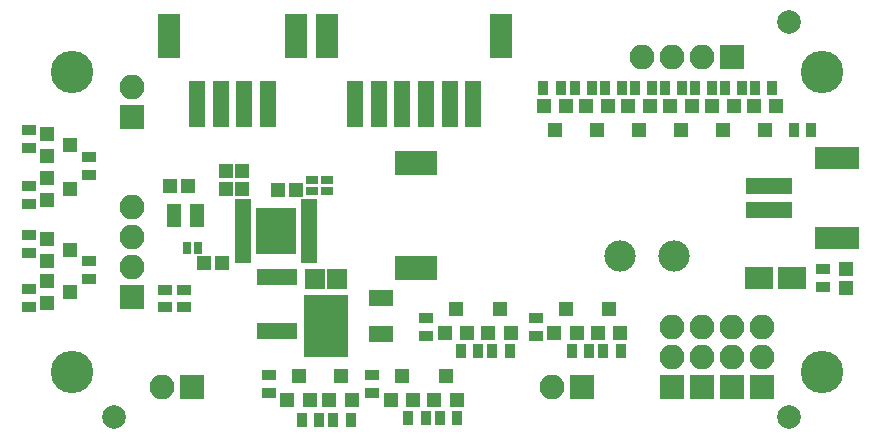
<source format=gbr>
G04 #@! TF.FileFunction,Soldermask,Top*
%FSLAX46Y46*%
G04 Gerber Fmt 4.6, Leading zero omitted, Abs format (unit mm)*
G04 Created by KiCad (PCBNEW 4.0.7) date 05/02/18 00:14:41*
%MOMM*%
%LPD*%
G01*
G04 APERTURE LIST*
%ADD10C,0.100000*%
%ADD11R,1.300000X0.900000*%
%ADD12R,1.400000X3.900000*%
%ADD13R,1.900000X3.800000*%
%ADD14R,3.600000X2.000000*%
%ADD15R,1.200000X1.300000*%
%ADD16R,1.150000X0.800000*%
%ADD17R,2.350000X1.900000*%
%ADD18R,1.200000X1.150000*%
%ADD19R,2.000000X1.400000*%
%ADD20R,3.400000X1.400000*%
%ADD21R,1.150000X1.200000*%
%ADD22R,1.000000X0.800000*%
%ADD23R,0.800000X1.000000*%
%ADD24C,2.650000*%
%ADD25R,1.450000X0.850000*%
%ADD26R,1.870000X1.295000*%
%ADD27R,1.790000X1.800000*%
%ADD28R,3.760000X5.260000*%
%ADD29R,1.200000X1.200000*%
%ADD30R,3.900000X1.400000*%
%ADD31R,3.800000X1.900000*%
%ADD32R,0.900000X1.300000*%
%ADD33R,1.300000X1.200000*%
%ADD34C,2.000000*%
%ADD35C,3.600000*%
%ADD36R,2.100000X2.100000*%
%ADD37O,2.100000X2.100000*%
G04 APERTURE END LIST*
D10*
D11*
X1070800Y16641000D03*
X1070800Y15141000D03*
D12*
X38709800Y27748000D03*
X36709800Y27748000D03*
X34709800Y27748000D03*
X32709800Y27748000D03*
X30709800Y27748000D03*
X28709800Y27748000D03*
D13*
X41059800Y33498000D03*
X26359800Y33498000D03*
D14*
X33870300Y22774500D03*
X33870300Y13874500D03*
D15*
X50153800Y27559000D03*
X48253800Y27559000D03*
X49203800Y25559000D03*
X64377800Y27559000D03*
X62477800Y27559000D03*
X63427800Y25559000D03*
D16*
X15320300Y18324500D03*
X13420300Y18974500D03*
X13420300Y17674500D03*
X13420300Y18324500D03*
X15320300Y17674500D03*
X15320300Y18974500D03*
D17*
X62922800Y13008000D03*
X65672800Y13008000D03*
D18*
X17420300Y14324500D03*
X15920300Y14324500D03*
D19*
X30897800Y11308000D03*
X30897800Y8308000D03*
D20*
X22120300Y8524500D03*
X22120300Y13124500D03*
D21*
X19120300Y20574500D03*
X19120300Y22074500D03*
D18*
X23670300Y20524500D03*
X22170300Y20524500D03*
D22*
X26320300Y20424500D03*
X26320300Y21324500D03*
X25070300Y21324500D03*
X25070300Y20424500D03*
D23*
X14520300Y15574500D03*
X15420300Y15574500D03*
D24*
X51097800Y14908000D03*
X55697800Y14908000D03*
D25*
X24795300Y14749500D03*
X24795300Y15399500D03*
X24795300Y16049500D03*
X24795300Y16699500D03*
X24795300Y17349500D03*
X24795300Y17999500D03*
X24795300Y18649500D03*
X24795300Y19299500D03*
X19245300Y19299500D03*
X19245300Y18649500D03*
X19245300Y17999500D03*
X19245300Y17349500D03*
X19245300Y16699500D03*
X19245300Y16049500D03*
X19245300Y15399500D03*
X19245300Y14749500D03*
D26*
X21285300Y18367000D03*
X21285300Y17472000D03*
X21285300Y16577000D03*
X21285300Y15682000D03*
X22755300Y18367000D03*
X22755300Y17472000D03*
X22755300Y16577000D03*
X22755300Y15682000D03*
D27*
X27190300Y12930500D03*
D28*
X26270300Y8948500D03*
D27*
X25350300Y12930500D03*
D29*
X70297800Y13808000D03*
X70297800Y12208000D03*
D21*
X17770300Y20574500D03*
X17770300Y22074500D03*
D30*
X63722800Y18808000D03*
X63722800Y20808000D03*
D31*
X69472800Y16458000D03*
X69472800Y23158000D03*
D18*
X13024800Y20836000D03*
X14524800Y20836000D03*
D32*
X65852800Y25543000D03*
X67352800Y25543000D03*
X57470800Y29099000D03*
X58970800Y29099000D03*
D11*
X68297800Y13758000D03*
X68297800Y12258000D03*
X14197800Y12058000D03*
X14197800Y10558000D03*
X12597800Y12058000D03*
X12597800Y10558000D03*
D15*
X57265800Y27559000D03*
X55365800Y27559000D03*
X56315800Y25559000D03*
D33*
X2610800Y25223000D03*
X2610800Y23323000D03*
X4610800Y24273000D03*
D15*
X46597800Y27559000D03*
X44697800Y27559000D03*
X45647800Y25559000D03*
X53709800Y27559000D03*
X51809800Y27559000D03*
X52759800Y25559000D03*
D33*
X2610800Y21540000D03*
X2610800Y19640000D03*
X4610800Y20590000D03*
D15*
X60821800Y27559000D03*
X58921800Y27559000D03*
X59871800Y25559000D03*
X36315800Y8414000D03*
X38215800Y8414000D03*
X37265800Y10414000D03*
X31743800Y2699000D03*
X33643800Y2699000D03*
X32693800Y4699000D03*
X22980800Y2699000D03*
X24880800Y2699000D03*
X23930800Y4699000D03*
D11*
X1070800Y25531000D03*
X1070800Y24031000D03*
D32*
X49850800Y29099000D03*
X51350800Y29099000D03*
D11*
X21390800Y3330000D03*
X21390800Y4830000D03*
X34725800Y8156000D03*
X34725800Y9656000D03*
X30153800Y3330000D03*
X30153800Y4830000D03*
X43996800Y8156000D03*
X43996800Y9656000D03*
D34*
X8259000Y1286000D03*
X65409000Y34687000D03*
X65409000Y1286000D03*
D35*
X4753800Y30496000D03*
X68253800Y5096000D03*
X68253800Y30496000D03*
X4753800Y5096000D03*
D36*
X9833800Y26686000D03*
D37*
X9833800Y29226000D03*
D36*
X55553800Y3826000D03*
D37*
X55553800Y6366000D03*
X55553800Y8906000D03*
D36*
X63173800Y3826000D03*
D37*
X63173800Y6366000D03*
X63173800Y8906000D03*
D36*
X60633800Y3826000D03*
D37*
X60633800Y6366000D03*
X60633800Y8906000D03*
D36*
X58093800Y3826000D03*
D37*
X58093800Y6366000D03*
X58093800Y8906000D03*
D36*
X9833800Y11446000D03*
D37*
X9833800Y13986000D03*
X9833800Y16526000D03*
X9833800Y19066000D03*
D33*
X2610800Y16333000D03*
X2610800Y14433000D03*
X4610800Y15383000D03*
D15*
X35426800Y2699000D03*
X37326800Y2699000D03*
X36376800Y4699000D03*
X26536800Y2699000D03*
X28436800Y2699000D03*
X27486800Y4699000D03*
X39998800Y8414000D03*
X41898800Y8414000D03*
X40948800Y10414000D03*
D33*
X2610800Y12777000D03*
X2610800Y10877000D03*
X4610800Y11827000D03*
D15*
X45586800Y8414000D03*
X47486800Y8414000D03*
X46536800Y10414000D03*
X49269800Y8414000D03*
X51169800Y8414000D03*
X50219800Y10414000D03*
D32*
X44643800Y29099000D03*
X46143800Y29099000D03*
X47310800Y29099000D03*
X48810800Y29099000D03*
X52390800Y29099000D03*
X53890800Y29099000D03*
X54930800Y29099000D03*
X56430800Y29099000D03*
D11*
X1070800Y19332000D03*
X1070800Y20832000D03*
X6150800Y21745000D03*
X6150800Y23245000D03*
D32*
X60010800Y29099000D03*
X61510800Y29099000D03*
X62550800Y29099000D03*
X64050800Y29099000D03*
X37380800Y1159000D03*
X35880800Y1159000D03*
X34713800Y1159000D03*
X33213800Y1159000D03*
X28363800Y1032000D03*
X26863800Y1032000D03*
X25696800Y1032000D03*
X24196800Y1032000D03*
X41825800Y6874000D03*
X40325800Y6874000D03*
X39158800Y6874000D03*
X37658800Y6874000D03*
D11*
X1070800Y10569000D03*
X1070800Y12069000D03*
X6150800Y12982000D03*
X6150800Y14482000D03*
D32*
X51223800Y6874000D03*
X49723800Y6874000D03*
X48556800Y6874000D03*
X47056800Y6874000D03*
D36*
X47933800Y3826000D03*
D37*
X45393800Y3826000D03*
D12*
X21342800Y27748000D03*
X19342800Y27748000D03*
X17342800Y27748000D03*
X15342800Y27748000D03*
D13*
X23692800Y33498000D03*
X12992800Y33498000D03*
D36*
X14913800Y3826000D03*
D37*
X12373800Y3826000D03*
D36*
X60633800Y31766000D03*
D37*
X58093800Y31766000D03*
X55553800Y31766000D03*
X53013800Y31766000D03*
M02*

</source>
